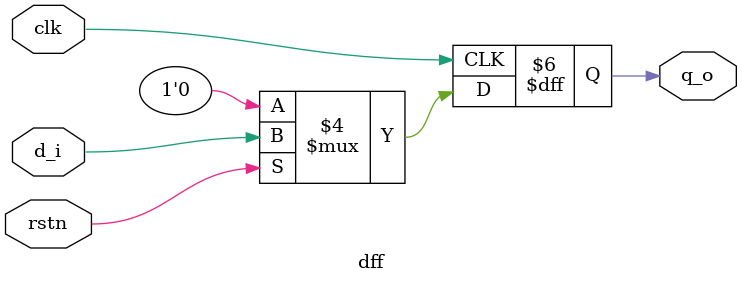
<source format=v>
module dff
(
input clk,
input rstn,
input d_i,
output reg q_o
);

// active-low, synchronous reset
always @(posedge clk) begin
    if (!rstn) begin
        q_o <= 0;
    end else begin
        q_o <= d_i;      
    end  
end

endmodule


</source>
